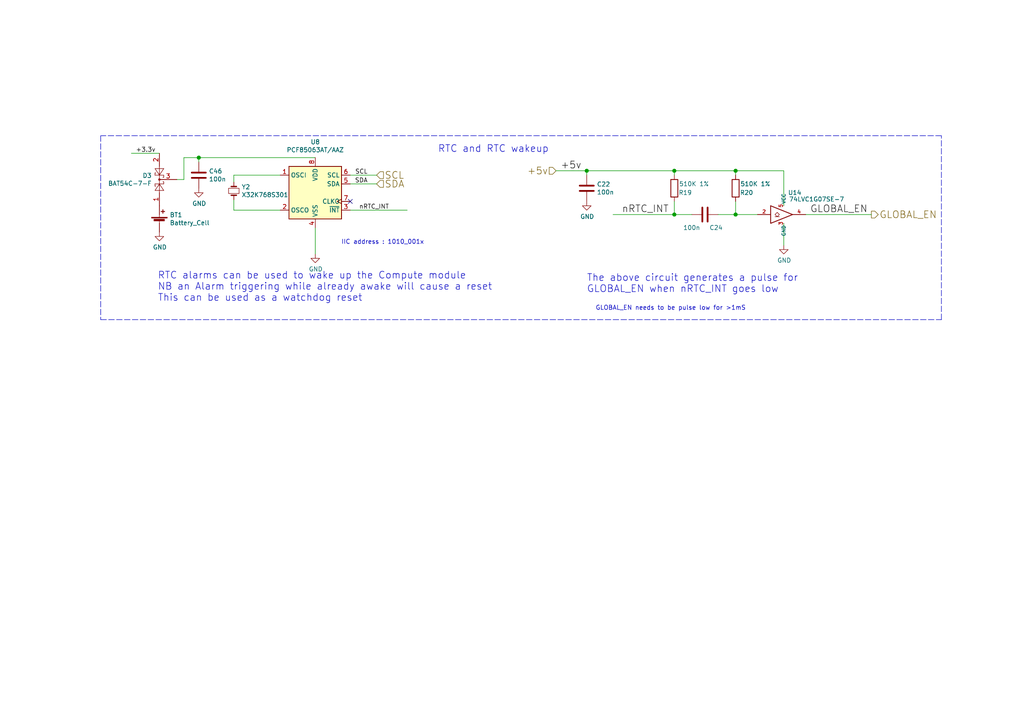
<source format=kicad_sch>
(kicad_sch (version 20231120) (generator "eeschema") (generator_version "8.0")
  (paper "A4")
  (title_block (title "WavePad CM4 Carrier Board - RTC") (rev "1"))
  (lib_symbols
    (symbol "CM4IO:74LVC1G07_copy"
      (property "Reference" "U" (at -2.54 3.81 0))
      (property "Value" "74LVC1G07_copy" (at 0 -3.81 0))
      (symbol "74LVC1G07_copy_0_1"
        (polyline (pts (xy -2.54 -0.635) (xy -1.27 -0.635)))
        (polyline (pts (xy -3.81 2.54) (xy -3.81 -2.54) (xy 2.54 0) (xy -3.81 2.54)) (stroke (width 0.254)))
        (polyline (pts (xy -1.905 0.635) (xy -2.54 0) (xy -1.905 -0.635) (xy -1.27 0) (xy -1.905 0.635)))
      )
      (symbol "74LVC1G07_copy_1_1"
        (pin input line (at -7.62 0 0) (length 3.81) (name "~") (number "2"))
        (pin power_in line (at 0 -2.54 270) (length 0) (name "GND") (number "3"))
        (pin open_collector line (at 6.35 0 180) (length 3.81) (name "~") (number "4"))
        (pin power_in line (at 0 2.54 90) (length 0) (name "VCC") (number "5"))
      )
    )
    (symbol "Device:Battery_Cell" (pin_numbers hide) (pin_names (offset 0) hide)
      (property "Reference" "BT" (at 2.54 2.54 0))
      (property "Value" "Battery_Cell" (at 2.54 0 0))
      (symbol "Battery_Cell_0_1"
        (rectangle (start -2.286 1.778) (end 2.286 1.524) (fill (type outline)))
        (rectangle (start -1.5748 1.1938) (end 1.4732 0.6858) (fill (type outline)))
        (polyline (pts (xy 0 0.762) (xy 0 0)))
        (polyline (pts (xy 0 1.778) (xy 0 2.54)))
        (polyline (pts (xy 0.508 3.429) (xy 1.524 3.429)) (stroke (width 0.254)))
        (polyline (pts (xy 1.016 3.937) (xy 1.016 2.921)) (stroke (width 0.254)))
      )
      (symbol "Battery_Cell_1_1"
        (pin passive line (at 0 5.08 270) (length 2.54) (name "+") (number "1"))
        (pin passive line (at 0 -2.54 90) (length 2.54) (name "-") (number "2"))
      )
    )
    (symbol "Device:C" (pin_numbers hide) (pin_names (offset 0.254))
      (property "Reference" "C" (at 0.635 2.54 0))
      (property "Value" "C" (at 0.635 -2.54 0))
      (symbol "C_0_1"
        (polyline (pts (xy -2.032 -0.762) (xy 2.032 -0.762)) (stroke (width 0.508)))
        (polyline (pts (xy -2.032 0.762) (xy 2.032 0.762)) (stroke (width 0.508)))
      )
      (symbol "C_1_1"
        (pin passive line (at 0 3.81 270) (length 2.794) (name "~") (number "1"))
        (pin passive line (at 0 -3.81 90) (length 2.794) (name "~") (number "2"))
      )
    )
    (symbol "Device:Crystal_Small" (pin_numbers hide) (pin_names hide)
      (property "Reference" "Y" (at 0 2.54 0))
      (property "Value" "Crystal_Small" (at 0 -2.54 0))
      (symbol "Crystal_Small_0_1"
        (rectangle (start -0.762 -1.524) (end 0.762 1.524))
        (polyline (pts (xy -1.27 -0.762) (xy -1.27 0.762)) (stroke (width 0.381)))
        (polyline (pts (xy 1.27 -0.762) (xy 1.27 0.762)) (stroke (width 0.381)))
      )
      (symbol "Crystal_Small_1_1"
        (pin passive line (at -2.54 0 0) (length 1.27) (name "1") (number "1"))
        (pin passive line (at 2.54 0 180) (length 1.27) (name "2") (number "2"))
      )
    )
    (symbol "Device:R" (pin_numbers hide) (pin_names (offset 0))
      (property "Reference" "R" (at 2.032 0 90))
      (property "Value" "R" (at 0 0 90))
      (symbol "R_0_1"
        (rectangle (start -1.016 -2.54) (end 1.016 2.54) (stroke (width 0.254)))
      )
      (symbol "R_1_1"
        (pin passive line (at 0 3.81 270) (length 1.27) (name "~") (number "1"))
        (pin passive line (at 0 -3.81 90) (length 1.27) (name "~") (number "2"))
      )
    )
    (symbol "Diode:BAT54C"
      (property "Reference" "D" (at 0.635 -3.81 0))
      (property "Value" "BAT54C" (at -6.35 3.175 0))
      (symbol "BAT54C_0_1"
        (polyline (pts (xy -1.905 0) (xy 1.905 0)))
        (polyline (pts (xy -1.905 1.27) (xy -1.905 1.016)))
        (polyline (pts (xy -1.27 -1.27) (xy -0.635 -1.27)))
        (polyline (pts (xy -1.27 0) (xy -3.81 0)))
        (polyline (pts (xy -1.27 1.27) (xy -1.905 1.27)))
        (polyline (pts (xy -1.27 1.27) (xy -1.27 -1.27)))
        (polyline (pts (xy -0.635 -1.27) (xy -0.635 -1.016)))
        (polyline (pts (xy 0.635 -1.27) (xy 0.635 -1.016)))
        (polyline (pts (xy 1.27 -1.27) (xy 0.635 -1.27)))
        (polyline (pts (xy 1.27 1.27) (xy 1.27 -1.27)))
        (polyline (pts (xy 1.27 1.27) (xy 1.905 1.27)))
        (polyline (pts (xy 1.905 1.27) (xy 1.905 1.016)))
        (polyline (pts (xy 3.81 0) (xy 1.27 0)))
        (polyline (pts (xy -3.175 -1.27) (xy -3.175 1.27) (xy -1.27 0) (xy -3.175 -1.27)))
        (polyline (pts (xy 3.175 -1.27) (xy 3.175 1.27) (xy 1.27 0) (xy 3.175 -1.27)))
        (circle (center 0 0) (radius 0.254) (fill (type outline)))
      )
      (symbol "BAT54C_1_1"
        (pin passive line (at -7.62 0 0) (length 3.81) (name "~") (number "1"))
        (pin passive line (at 7.62 0 180) (length 3.81) (name "~") (number "2"))
        (pin passive line (at 0 -5.08 90) (length 5.08) (name "~") (number "3"))
      )
    )
    (symbol "Timer_RTC:PCF8563T"
      (property "Reference" "U" (at -7.62 8.89 0))
      (property "Value" "PCF8563T" (at 2.54 8.89 0))
      (symbol "PCF8563T_0_1"
        (rectangle (start -7.62 7.62) (end 7.62 -7.62) (stroke (width 0.254)) (fill (type background)))
      )
      (symbol "PCF8563T_1_1"
        (pin input line (at -10.16 5.08 0) (length 2.54) (name "OSCI") (number "1"))
        (pin output line (at -10.16 -5.08 0) (length 2.54) (name "OSCO") (number "2"))
        (pin output line (at 10.16 -5.08 180) (length 2.54) (name "~{INT}") (number "3"))
        (pin power_in line (at 0 -10.16 90) (length 2.54) (name "VSS") (number "4"))
        (pin bidirectional line (at 10.16 2.54 180) (length 2.54) (name "SDA") (number "5"))
        (pin input line (at 10.16 5.08 180) (length 2.54) (name "SCL") (number "6"))
        (pin output clock (at 10.16 -2.54 180) (length 2.54) (name "CLKO") (number "7"))
        (pin power_in line (at 0 10.16 270) (length 2.54) (name "VDD") (number "8"))
      )
    )
    (symbol "power:GND" (power) (pin_names (offset 0))
      (property "Value" "GND" (at 0 -3.81 0))
      (symbol "GND_0_1"
        (polyline (pts (xy 0 0) (xy 0 -1.27) (xy 1.27 -1.27) (xy 0 -2.54) (xy -1.27 -1.27) (xy 0 -1.27)))
      )
      (symbol "GND_1_1"
        (pin power_in line (at 0 0 270) (length 0) hide (name "GND") (number "1"))
      )
    )
  )
  (junction (at 170.18 49.53) (diameter 1.016))
  (junction (at 213.36 62.23) (diameter 1.016))
  (junction (at 195.58 62.23) (diameter 1.016))
  (junction (at 195.58 49.53) (diameter 1.016))
  (junction (at 213.36 49.53) (diameter 1.016))
  (junction (at 57.658 45.72) (diameter 1.016))
  (no_connect (at 101.6 58.42))
  (wire (pts (xy 213.36 62.23) (xy 213.36 58.42)))
  (wire (pts (xy 67.818 50.8) (xy 81.28 50.8)))
  (wire (pts (xy 57.658 45.72) (xy 91.44 45.72)))
  (wire (pts (xy 91.44 66.04) (xy 91.44 73.66)))
  (wire (pts (xy 195.58 49.53) (xy 195.58 50.8)))
  (wire (pts (xy 53.34 45.72) (xy 57.658 45.72)))
  (wire (pts (xy 57.658 45.72) (xy 57.658 47.0154)))
  (wire (pts (xy 195.58 62.23) (xy 200.66 62.23)))
  (wire (pts (xy 51.308 52.07) (xy 53.34 52.07)))
  (polyline (pts (xy 29.21 39.37) (xy 29.21 92.71)) (stroke (width 0) (type dash)))
  (wire (pts (xy 67.818 60.96) (xy 67.818 57.912)))
  (wire (pts (xy 195.58 62.23) (xy 195.58 58.42)))
  (wire (pts (xy 213.36 49.53) (xy 227.33 49.53)))
  (wire (pts (xy 227.33 49.53) (xy 227.33 59.69)))
  (wire (pts (xy 213.36 62.23) (xy 219.71 62.23)))
  (wire (pts (xy 161.29 49.53) (xy 170.18 49.53)))
  (wire (pts (xy 109.22 50.8) (xy 101.6 50.8)))
  (wire (pts (xy 53.34 52.07) (xy 53.34 45.72)))
  (wire (pts (xy 208.28 62.23) (xy 213.36 62.23)))
  (wire (pts (xy 38.1 44.45) (xy 46.228 44.45)))
  (wire (pts (xy 177.8 62.23) (xy 195.58 62.23)))
  (wire (pts (xy 81.28 60.96) (xy 67.818 60.96)))
  (wire (pts (xy 233.68 62.23) (xy 252.73 62.23)))
  (wire (pts (xy 195.58 49.53) (xy 213.36 49.53)))
  (wire (pts (xy 170.18 49.53) (xy 195.58 49.53)))
  (wire (pts (xy 170.18 50.8) (xy 170.18 49.53)))
  (wire (pts (xy 227.33 64.77) (xy 227.33 71.12)))
  (wire (pts (xy 109.22 53.34) (xy 101.6 53.34)))
  (wire (pts (xy 213.36 49.53) (xy 213.36 50.8)))
  (polyline (pts (xy 29.21 92.71) (xy 273.05 92.71)) (stroke (width 0) (type dash)))
  (wire (pts (xy 101.6 60.96) (xy 118.11 60.96)))
  (wire (pts (xy 67.818 50.8) (xy 67.818 52.832)))
  (polyline (pts (xy 273.05 92.71) (xy 273.05 39.37)) (stroke (width 0) (type dash)))
  (polyline (pts (xy 273.05 39.37) (xy 29.21 39.37)) (stroke (width 0) (type dash)))
  (text "RTC alarms can be used to wake up the Compute module\nNB an Alarm triggering while already awake will cause a reset \nThis can be used as a watchdog reset " (at 45.72 87.63 0) (effects (font (size 2.0066 2.0066)) (justify left bottom)))
  (text "RTC and RTC wakeup" (at 127 44.45 0) (effects (font (size 2.0066 2.0066)) (justify left bottom)))
  (text "IIC address : 1010_001x" (at 98.9838 71.0438 0) (effects (font (size 1.27 1.27)) (justify left bottom)))
  (text "GLOBAL_EN needs to be pulse low for >1mS" (at 172.72 90.17 0) (effects (font (size 1.27 1.27)) (justify left bottom)))
  (text "The above circuit generates a pulse for\nGLOBAL_EN when nRTC_INT goes low" (at 170.18 85.09 0) (effects (font (size 2.0066 2.0066)) (justify left bottom)))
  (label "+5v" (at 162.56 49.53 0) (effects (font (size 2.0066 2.0066))))
  (label "SDA" (at 106.68 53.34 180))
  (label "SCL" (at 106.68 50.8 180))
  (label "GLOBAL_EN" (at 234.95 62.23 0) (effects (font (size 2.0066 2.0066))))
  (label "nRTC_INT" (at 104.14 60.96 0))
  (label "nRTC_INT" (at 180.34 62.23 0) (effects (font (size 2.0066 2.0066))))
  (label "+3.3v" (at 39.37 44.45 0))
  (hierarchical_label "+5v" (shape input) (at 161.29 49.53 180) (effects (font (size 2.0066 2.0066))))
  (hierarchical_label "SCL" (shape input) (at 109.22 50.8 0) (effects (font (size 2.0066 2.0066))))
  (hierarchical_label "SDA" (shape input) (at 109.22 53.34 0) (effects (font (size 2.0066 2.0066))))
  (hierarchical_label "GLOBAL_EN" (shape output) (at 252.73 62.23 0) (effects (font (size 2.0066 2.0066))))
  (symbol (lib_id "power:GND") (at 91.44 73.66 0) (unit 1)
    (property "Reference" "#PWR028" (effects (hide yes)))
    (property "Value" "GND" (at 91.567 78.0542 0))
  )
  (symbol (lib_id "Device:Battery_Cell") (at 46.228 64.77 0) (unit 1)
    (property "Reference" "BT1" (at 49.2252 62.3316 0) (effects (justify left)))
    (property "Value" "Battery_Cell" (at 49.2252 64.643 0) (effects (justify left)))
    (property "Footprint" "Battery:BatteryHolder_Keystone_3034_1x20mm" (effects (hide yes)))
    (property "Datasheet" "https://www.keyelco.com/userAssets/file/M65p9.pdf" (effects (hide yes)))
    (property "Field4" "Digikey" (effects (hide yes)))
    (property "Field5" "36-3034-ND" (effects (hide yes)))
    (property "Field6" "3034" (effects (hide yes)))
    (property "Field7" "Keystone" (effects (hide yes)))
    (property "Part Description" "	Battery Retainer Coin, 20.0mm 1 Cell SMD (SMT) Tab" (effects (hide yes)))
  )
  (symbol (lib_id "power:GND") (at 46.228 67.31 0) (unit 1)
    (property "Reference" "#PWR030" (effects (hide yes)))
    (property "Value" "GND" (at 46.355 71.7042 0))
  )
  (symbol (lib_id "CM4IO:74LVC1G07_copy") (at 227.33 62.23 0) (unit 1)
    (property "Reference" "U14" (at 230.505 55.88 0))
    (property "Value" "74LVC1G07SE-7" (at 236.855 57.785 0))
    (property "Footprint" "Package_TO_SOT_SMD:SOT-353_SC-70-5" (effects (hide yes)))
    (property "Datasheet" "https://www.diodes.com/assets/Datasheets/74LVC1G07.pdf" (effects (hide yes)))
    (property "Field4" "Farnell" (effects (hide yes)))
    (property "Field5" "2425492" (effects (hide yes)))
    (property "Field6" "74LVC1G07SE-7" (effects (hide yes)))
    (property "Field7" "Diodes" (effects (hide yes)))
    (property "Part Description" "Buffer, Non-Inverting 1 Element 1 Bit per Element Open Drain Output SOT-353" (effects (hide yes)))
  )
  (symbol (lib_id "Device:R") (at 195.58 54.61 180) (unit 1)
    (property "Reference" "R19" (at 198.755 55.88 0))
    (property "Value" "510K 1%" (at 201.295 53.34 0))
    (property "Footprint" "Resistor_SMD:R_0402_1005Metric" (effects (hide yes)))
    (property "Datasheet" "https://fscdn.rohm.com/en/products/databook/datasheet/passive/resistor/chip_resistor/mcr-e.pdf" (effects (hide yes)))
    (property "Field4" "Farnell" (effects (hide yes)))
    (property "Field5" "1458807" (effects (hide yes)))
    (property "Field7" "Rohm" (effects (hide yes)))
    (property "Field6" "MCR01MZPF5103" (effects (hide yes)))
    (property "Part Description" "Resistor 510K M1005 1% 63mW" (effects (hide yes)))
  )
  (symbol (lib_id "Device:R") (at 213.36 54.61 180) (unit 1)
    (property "Reference" "R20" (at 216.535 55.88 0))
    (property "Value" "510K 1%" (at 219.075 53.34 0))
    (property "Footprint" "Resistor_SMD:R_0402_1005Metric" (effects (hide yes)))
    (property "Datasheet" "https://fscdn.rohm.com/en/products/databook/datasheet/passive/resistor/chip_resistor/mcr-e.pdf" (effects (hide yes)))
    (property "Field4" "Farnell" (effects (hide yes)))
    (property "Field5" "1458807" (effects (hide yes)))
    (property "Field7" "Rohm" (effects (hide yes)))
    (property "Field6" "MCR01MZPF5103" (effects (hide yes)))
    (property "Part Description" "Resistor 510K M1005 1% 63mW" (effects (hide yes)))
  )
  (symbol (lib_id "Device:C") (at 170.18 54.61 0) (unit 1)
    (property "Reference" "C22" (at 173.101 53.4416 0) (effects (justify left)))
    (property "Value" "100n" (at 173.101 55.753 0) (effects (justify left)))
    (property "Footprint" "Capacitor_SMD:C_0402_1005Metric" (effects (hide yes)))
    (property "Datasheet" "https://search.murata.co.jp/Ceramy/image/img/A01X/G101/ENG/GRM155R71C104KA88-01.pdf" (effects (hide yes)))
    (property "Field4" "Farnell" (effects (hide yes)))
    (property "Field5" "2611911" (effects (hide yes)))
    (property "Field6" "RM EMK105 B7104KV-F" (effects (hide yes)))
    (property "Field7" "TAIYO YUDEN EUROPE GMBH" (effects (hide yes)))
    (property "Part Description" "	0.1uF 10% 16V Ceramic Capacitor X7R 0402 (1005 Metric)" (effects (hide yes)))
    (property "Field8" "110091611" (effects (hide yes)))
  )
  (symbol (lib_id "Device:C") (at 204.47 62.23 270) (unit 1)
    (property "Reference" "C24" (at 205.74 66.04 90) (effects (justify left)))
    (property "Value" "100n" (at 198.12 66.04 90) (effects (justify left)))
    (property "Footprint" "Capacitor_SMD:C_0402_1005Metric" (effects (hide yes)))
    (property "Datasheet" "https://search.murata.co.jp/Ceramy/image/img/A01X/G101/ENG/GRM155R71C104KA88-01.pdf" (effects (hide yes)))
    (property "Field4" "Farnell" (effects (hide yes)))
    (property "Field5" "2611911" (effects (hide yes)))
    (property "Field6" "RM EMK105 B7104KV-F" (effects (hide yes)))
    (property "Field7" "TAIYO YUDEN EUROPE GMBH" (effects (hide yes)))
    (property "Part Description" "	0.1uF 10% 16V Ceramic Capacitor X7R 0402 (1005 Metric)" (effects (hide yes)))
    (property "Field8" "110091611" (effects (hide yes)))
  )
  (symbol (lib_id "power:GND") (at 227.33 71.12 0) (unit 1)
    (property "Reference" "#PWR034" (effects (hide yes)))
    (property "Value" "GND" (at 227.457 75.5142 0))
  )
  (symbol (lib_id "power:GND") (at 170.18 58.42 0) (unit 1)
    (property "Reference" "#PWR031" (effects (hide yes)))
    (property "Value" "GND" (at 170.307 62.8142 0))
  )
  (symbol (lib_id "Timer_RTC:PCF8563T") (at 91.44 55.88 0) (unit 1)
    (property "Reference" "U8" (at 91.44 41.1734 0))
    (property "Value" "PCF85063AT/AAZ" (at 91.44 43.4848 0))
    (property "Footprint" "Package_SO:SOIC-8_3.9x4.9mm_P1.27mm" (effects (hide yes)))
    (property "Datasheet" "https://www.nxp.com/docs/en/data-sheet/PCF85063A.pdf" (effects (hide yes)))
    (property "Field4" "Farnell" (effects (hide yes)))
    (property "Field5" "2890042" (effects (hide yes)))
    (property "Field7" "NXP" (effects (hide yes)))
    (property "Field6" "PCF85063AT/AAZ" (effects (hide yes)))
    (property "Part Description" "Real Time Clock (RTC) IC Clock/Calendar I²C, 2-Wire Serial 8-SOIC (0.154\", 3.90mm Width)" (effects (hide yes)))
  )
  (symbol (lib_id "Device:Crystal_Small") (at 67.818 55.372 90) (unit 1)
    (property "Reference" "Y2" (at 70.0532 54.229 90) (effects (justify right)))
    (property "Value" "X32K768S301" (at 70.0532 56.515 90) (effects (justify right)))
    (property "Footprint" "Crystal:Crystal_SMD_3215-2Pin_3.2x1.5mm" (effects (hide yes)))
    (property "Field6" "X32K768S301" (effects (hide yes)))
    (property "Field7" "AEL" (effects (hide yes)))
    (property "Part Description" "Crystal 32.768KHz 7pF 20pmm" (effects (hide yes)))
  )
  (symbol (lib_id "Diode:BAT54C") (at 46.228 52.07 90) (unit 1)
    (property "Reference" "D3" (at 44.0182 50.927 90) (effects (justify left)))
    (property "Value" "BAT54C-7-F" (at 44.0182 53.213 90) (effects (justify left)))
    (property "Footprint" "Package_TO_SOT_SMD:SOT-23" (effects (hide yes)))
    (property "Datasheet" "http://www.farnell.com/datasheets/2861240.pdf?_ga=2.129831176.54358802.1587372871-1787849031.1568210898&_gac=1.175311126.1587399424.EAIaIQobChMInOvF07P36AIVw7HtCh0NWwCeEAAYAyAAEgI0YfD_BwE" (effects (hide yes)))
    (property "Field4" "Farnell" (effects (hide yes)))
    (property "Field5" "2306010" (effects (hide yes)))
    (property "Field6" "BAT54C-7-F" (effects (hide yes)))
    (property "Field7" "Rohm" (effects (hide yes)))
    (property "Part Description" "Diode Array 1 Pair Common Cathode Schottky 30V 200mA (DC) Surface Mount TO-236-3, SC-59, SOT-23-3" (effects (hide yes)))
  )
  (symbol (lib_id "power:GND") (at 57.658 54.6354 0) (unit 1)
    (property "Reference" "#PWR03" (effects (hide yes)))
    (property "Value" "GND" (at 57.785 59.0296 0))
  )
  (symbol (lib_id "Device:C") (at 57.658 50.8254 0) (unit 1)
    (property "Reference" "C46" (at 60.579 49.657 0) (effects (justify left)))
    (property "Value" "100n" (at 60.579 51.9684 0) (effects (justify left)))
    (property "Footprint" "Capacitor_SMD:C_0402_1005Metric" (effects (hide yes)))
    (property "Datasheet" "https://search.murata.co.jp/Ceramy/image/img/A01X/G101/ENG/GRM155R71C104KA88-01.pdf" (effects (hide yes)))
    (property "Field4" "Farnell" (effects (hide yes)))
    (property "Field5" "2611911" (effects (hide yes)))
    (property "Field6" "RM EMK105 B7104KV-F" (effects (hide yes)))
    (property "Field7" "TAIYO YUDEN EUROPE GMBH" (effects (hide yes)))
    (property "Part Description" "	0.1uF 10% 16V Ceramic Capacitor X7R 0402 (1005 Metric)" (effects (hide yes)))
    (property "Field8" "110091611" (effects (hide yes)))
  )
)
</source>
